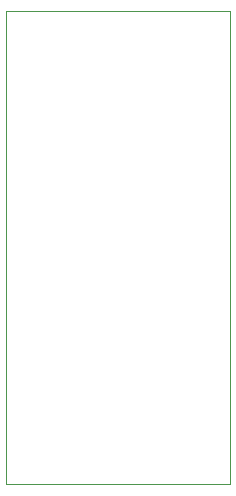
<source format=gm1>
G04 #@! TF.GenerationSoftware,KiCad,Pcbnew,(5.1.9)-1*
G04 #@! TF.CreationDate,2021-11-21T23:01:30-05:00*
G04 #@! TF.ProjectId,sst39-28,73737433-392d-4323-982e-6b696361645f,rev?*
G04 #@! TF.SameCoordinates,Original*
G04 #@! TF.FileFunction,Profile,NP*
%FSLAX46Y46*%
G04 Gerber Fmt 4.6, Leading zero omitted, Abs format (unit mm)*
G04 Created by KiCad (PCBNEW (5.1.9)-1) date 2021-11-21 23:01:30*
%MOMM*%
%LPD*%
G01*
G04 APERTURE LIST*
G04 #@! TA.AperFunction,Profile*
%ADD10C,0.050000*%
G04 #@! TD*
G04 APERTURE END LIST*
D10*
X139000000Y-99000000D02*
X139000000Y-59000000D01*
X158000000Y-99000000D02*
X139000000Y-99000000D01*
X158000000Y-59000000D02*
X158000000Y-99000000D01*
X139000000Y-59000000D02*
X158000000Y-59000000D01*
M02*

</source>
